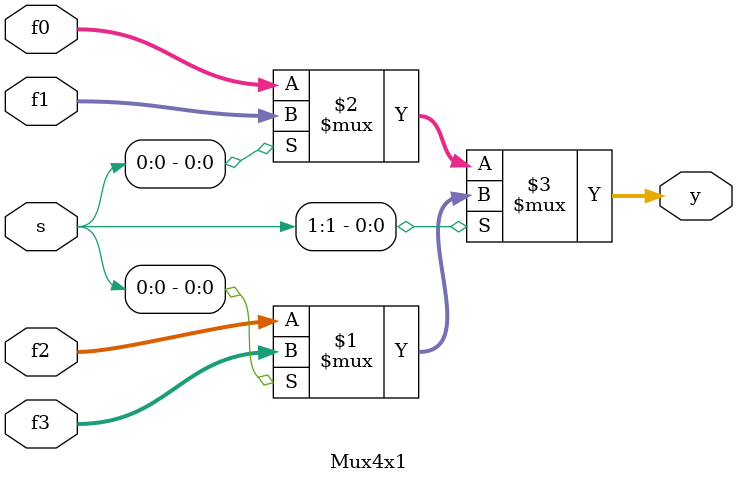
<source format=sv>
module Mux4x1 #(parameter N = 32)(
	input logic [N-1:0]  f0, f1, f2, f3,
	input logic [1:0] s, 
	output logic [N-1:0] y);

	assign y = s[1]?(s[0]?f3:f2):(s[0]?f1:f0); 

endmodule

   
</source>
